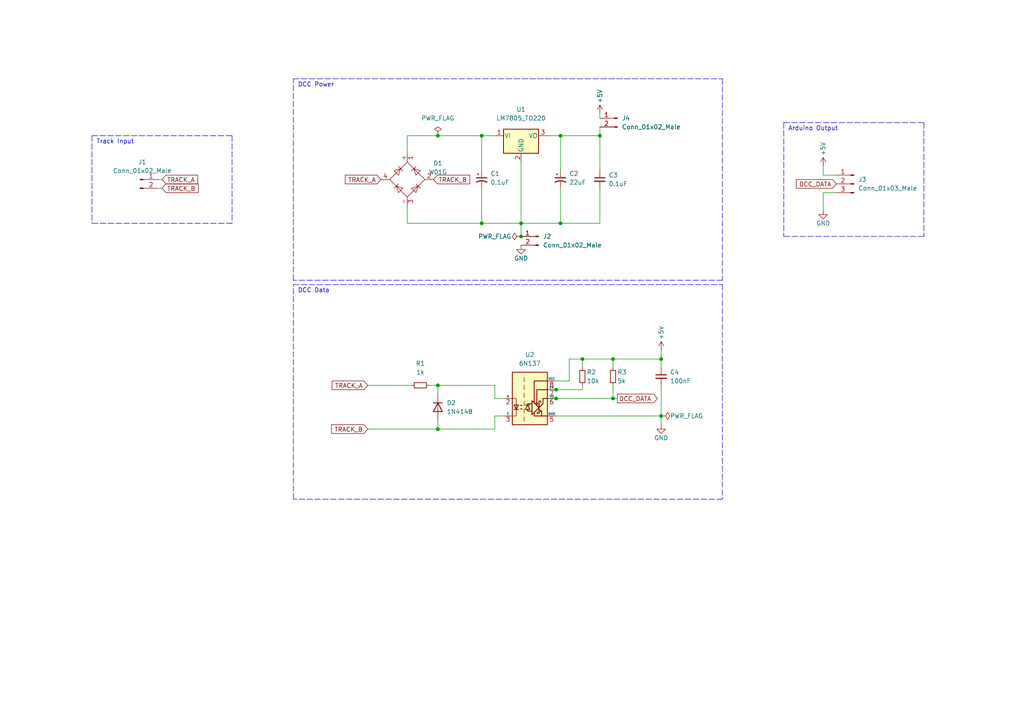
<source format=kicad_sch>
(kicad_sch (version 20211123) (generator eeschema)
  (paper "A4")
  (title_block (title "DCC Input Module") (date "2022-01-15") (rev "V1.0") (company "Niko Smith"))
  (lib_symbols
    (symbol "Connector:Conn_01x02_Male" (pin_names (offset 1.016) hide)
      (property "Reference" "J" (at 0 2.54 0))
      (property "Value" "Conn_01x02_Male" (at 0 -5.08 0))
      (symbol "Conn_01x02_Male_1_1"
        (polyline (pts (xy 1.27 -2.54) (xy 0.8636 -2.54)) (stroke (width 0.1524)))
        (polyline (pts (xy 1.27 0) (xy 0.8636 0)) (stroke (width 0.1524)))
        (rectangle (start 0.8636 -2.413) (end 0 -2.667) (stroke (width 0.1524)) (fill (type outline)))
        (rectangle (start 0.8636 0.127) (end 0 -0.127) (stroke (width 0.1524)) (fill (type outline)))
        (pin passive line (at 5.08 0 180) (length 3.81) (name "Pin_1") (number "1"))
        (pin passive line (at 5.08 -2.54 180) (length 3.81) (name "Pin_2") (number "2"))
      )
    )
    (symbol "Connector:Conn_01x03_Male" (pin_names (offset 1.016) hide)
      (property "Reference" "J" (at 0 5.08 0))
      (property "Value" "Conn_01x03_Male" (at 0 -5.08 0))
      (symbol "Conn_01x03_Male_1_1"
        (polyline (pts (xy 1.27 -2.54) (xy 0.8636 -2.54)) (stroke (width 0.1524)))
        (polyline (pts (xy 1.27 0) (xy 0.8636 0)) (stroke (width 0.1524)))
        (polyline (pts (xy 1.27 2.54) (xy 0.8636 2.54)) (stroke (width 0.1524)))
        (rectangle (start 0.8636 -2.413) (end 0 -2.667) (stroke (width 0.1524)) (fill (type outline)))
        (rectangle (start 0.8636 0.127) (end 0 -0.127) (stroke (width 0.1524)) (fill (type outline)))
        (rectangle (start 0.8636 2.667) (end 0 2.413) (stroke (width 0.1524)) (fill (type outline)))
        (pin passive line (at 5.08 2.54 180) (length 3.81) (name "Pin_1") (number "1"))
        (pin passive line (at 5.08 0 180) (length 3.81) (name "Pin_2") (number "2"))
        (pin passive line (at 5.08 -2.54 180) (length 3.81) (name "Pin_3") (number "3"))
      )
    )
    (symbol "Device:C_Polarized_Small_US" (pin_numbers hide) (pin_names (offset 0.254) hide)
      (property "Reference" "C" (at 0.254 1.778 0))
      (property "Value" "C_Polarized_Small_US" (at 0.254 -2.032 0))
      (symbol "C_Polarized_Small_US_0_1"
        (polyline (pts (xy -1.524 0.508) (xy 1.524 0.508)) (stroke (width 0.3048)))
        (polyline (pts (xy -1.27 1.524) (xy -0.762 1.524)))
        (polyline (pts (xy -1.016 1.27) (xy -1.016 1.778)))
        (arc (start 1.524 -0.762) (mid 0 -0.3734) (end -1.524 -0.762) (stroke (width 0.3048)))
      )
      (symbol "C_Polarized_Small_US_1_1"
        (pin passive line (at 0 2.54 270) (length 2.032) (name "~") (number "1"))
        (pin passive line (at 0 -2.54 90) (length 2.032) (name "~") (number "2"))
      )
    )
    (symbol "Device:C_Small" (pin_numbers hide) (pin_names (offset 0.254) hide)
      (property "Reference" "C" (at 0.254 1.778 0))
      (property "Value" "C_Small" (at 0.254 -2.032 0))
      (symbol "C_Small_0_1"
        (polyline (pts (xy -1.524 -0.508) (xy 1.524 -0.508)) (stroke (width 0.3302)))
        (polyline (pts (xy -1.524 0.508) (xy 1.524 0.508)) (stroke (width 0.3048)))
      )
      (symbol "C_Small_1_1"
        (pin passive line (at 0 2.54 270) (length 2.032) (name "~") (number "1"))
        (pin passive line (at 0 -2.54 90) (length 2.032) (name "~") (number "2"))
      )
    )
    (symbol "Device:R_Small" (pin_numbers hide) (pin_names (offset 0.254) hide)
      (property "Reference" "R" (at 0.762 0.508 0))
      (property "Value" "R_Small" (at 0.762 -1.016 0))
      (symbol "R_Small_0_1"
        (rectangle (start -0.762 1.778) (end 0.762 -1.778) (stroke (width 0.2032)))
      )
      (symbol "R_Small_1_1"
        (pin passive line (at 0 2.54 270) (length 0.762) (name "~") (number "1"))
        (pin passive line (at 0 -2.54 90) (length 0.762) (name "~") (number "2"))
      )
    )
    (symbol "Diode:1N4148" (pin_numbers hide) (pin_names (offset 1.016) hide)
      (property "Reference" "D" (at 0 2.54 0))
      (property "Value" "1N4148" (at 0 -2.54 0))
      (symbol "1N4148_0_1"
        (polyline (pts (xy -1.27 1.27) (xy -1.27 -1.27)) (stroke (width 0.254)))
        (polyline (pts (xy 1.27 0) (xy -1.27 0)))
        (polyline (pts (xy 1.27 1.27) (xy 1.27 -1.27) (xy -1.27 0) (xy 1.27 1.27)) (stroke (width 0.254)))
      )
      (symbol "1N4148_1_1"
        (pin passive line (at -3.81 0 0) (length 2.54) (name "K") (number "1"))
        (pin passive line (at 3.81 0 180) (length 2.54) (name "A") (number "2"))
      )
    )
    (symbol "Diode_Bridge:W01G" (pin_names (offset 0))
      (property "Reference" "D" (at 2.54 6.985 0))
      (property "Value" "W01G" (at 2.54 5.08 0))
      (symbol "W01G_0_1"
        (polyline (pts (xy -2.54 3.81) (xy -1.27 2.54)))
        (polyline (pts (xy -1.27 -2.54) (xy -2.54 -3.81)))
        (polyline (pts (xy 2.54 -1.27) (xy 3.81 -2.54)))
        (polyline (pts (xy 2.54 1.27) (xy 3.81 2.54)))
        (polyline (pts (xy -3.81 2.54) (xy -2.54 1.27) (xy -1.905 3.175) (xy -3.81 2.54)))
        (polyline (pts (xy -2.54 -1.27) (xy -3.81 -2.54) (xy -1.905 -3.175) (xy -2.54 -1.27)))
        (polyline (pts (xy 1.27 2.54) (xy 2.54 3.81) (xy 3.175 1.905) (xy 1.27 2.54)))
        (polyline (pts (xy 3.175 -1.905) (xy 1.27 -2.54) (xy 2.54 -3.81) (xy 3.175 -1.905)))
        (polyline (pts (xy -5.08 0) (xy 0 -5.08) (xy 5.08 0) (xy 0 5.08) (xy -5.08 0)))
      )
      (symbol "W01G_1_1"
        (pin passive line (at 7.62 0 180) (length 2.54) (name "+") (number "1"))
        (pin passive line (at 0 -7.62 90) (length 2.54) (name "~") (number "2"))
        (pin passive line (at -7.62 0 0) (length 2.54) (name "-") (number "3"))
        (pin passive line (at 0 7.62 270) (length 2.54) (name "~") (number "4"))
      )
    )
    (symbol "Isolator:6N137" (pin_names (offset 0))
      (property "Reference" "U" (at -4.064 8.89 0))
      (property "Value" "6N137" (at 0 -8.89 0))
      (symbol "6N137_0_1"
        (polyline (pts (xy 2.667 -3.556) (xy 2.667 -1.651)) (stroke (width 0.254)))
        (polyline (pts (xy 2.667 -2.159) (xy 2.667 -2.921)) (stroke (width 0.254)))
        (polyline (pts (xy 3.429 -3.937) (xy 3.429 -5.08)) (stroke (width 0.254)))
        (polyline (pts (xy -0.635 -3.302) (xy -0.635 -3.683) (xy 0.635 -3.683)) (stroke (width 0.254)))
        (polyline (pts (xy -0.635 -1.905) (xy -0.635 -1.524) (xy 0.508 -1.524)) (stroke (width 0.254)))
        (polyline (pts (xy 1.27 -4.064) (xy 1.27 -5.08) (xy 5.08 -5.08)) (stroke (width 0.254)))
        (polyline (pts (xy 1.27 -1.27) (xy 1.27 5.08) (xy 5.08 5.08)) (stroke (width 0.254)))
        (polyline (pts (xy 2.032 -1.27) (xy 2.032 2.54) (xy 5.08 2.54)) (stroke (width 0.254)))
        (polyline (pts (xy -5.08 -5.08) (xy -3.937 -5.08) (xy -3.937 0) (xy -5.08 0)))
        (polyline (pts (xy 2.667 -3.302) (xy 2.667 -4.318) (xy 2.159 -4.318) (xy 2.159 -3.937)) (stroke (width 0.254)))
        (polyline (pts (xy 2.667 -2.667) (xy 0.635 -4.699) (xy 0.635 -0.635) (xy 2.667 -2.667)) (stroke (width 0.254)))
        (polyline (pts (xy 2.667 -1.778) (xy 2.667 -0.762) (xy 3.175 -0.762) (xy 3.175 -1.143)) (stroke (width 0.254)))
        (polyline (pts (xy 2.794 -2.54) (xy 3.81 -1.524) (xy 3.81 0) (xy 5.08 0)) (stroke (width 0.254)))
        (polyline (pts (xy 2.667 -3.175) (xy 3.429 -3.937) (xy 3.302 -3.556) (xy 3.048 -3.81) (xy 3.429 -3.937)) (stroke (width 0.254)))
        (circle (center 2.032 -1.524) (radius 0.254) (stroke (width 0.254)))
      )
      (symbol "6N137_1_1"
        (rectangle (start -5.08 7.62) (end 5.08 -7.62) (stroke (width 0.254)) (fill (type background)))
        (polyline (pts (xy -4.572 -3.175) (xy -3.302 -3.175)) (stroke (width 0.254)))
        (polyline (pts (xy -1.651 -5.334) (xy -1.651 -6.604)))
        (polyline (pts (xy -1.651 -3.048) (xy -1.651 -4.318)))
        (polyline (pts (xy -1.651 -0.762) (xy -1.651 -2.032)))
        (polyline (pts (xy -1.651 1.524) (xy -1.651 0.254)))
        (polyline (pts (xy -1.651 3.81) (xy -1.651 2.54)))
        (polyline (pts (xy -1.651 6.096) (xy -1.651 4.826)))
        (polyline (pts (xy -1.27 -1.905) (xy 0 -1.905)) (stroke (width 0.254)))
        (polyline (pts (xy -3.937 -3.175) (xy -4.572 -1.905) (xy -3.302 -1.905) (xy -3.937 -3.175)) (stroke (width 0.254)))
        (polyline (pts (xy -0.635 -1.905) (xy -1.27 -3.175) (xy 0 -3.175) (xy -0.635 -1.905)) (stroke (width 0.254)))
        (polyline (pts (xy -2.921 -3.048) (xy -2.159 -3.048) (xy -2.54 -3.175) (xy -2.54 -2.921) (xy -2.159 -3.048)) (stroke (width 0.127)))
        (polyline (pts (xy -2.921 -2.032) (xy -2.159 -2.032) (xy -2.54 -2.159) (xy -2.54 -1.905) (xy -2.159 -2.032)) (stroke (width 0.127)))
        (pin no_connect line (at -5.08 5.08 0) (length 2.54) hide (name "NC") (number "1"))
        (pin passive line (at -7.62 0 0) (length 2.54) (name "A") (number "2"))
        (pin passive line (at -7.62 -5.08 0) (length 2.54) (name "C") (number "3"))
        (pin power_in line (at 7.62 -5.08 180) (length 2.54) (name "GND") (number "5"))
        (pin open_collector line (at 7.62 0 180) (length 2.54) (name "VO") (number "6"))
        (pin input line (at 7.62 2.54 180) (length 2.54) (name "EN") (number "7"))
        (pin power_in line (at 7.62 5.08 180) (length 2.54) (name "VCC") (number "8"))
      )
    )
    (symbol "Regulator_Linear:LM7805_TO220" (pin_names (offset 0.254))
      (property "Reference" "U" (at -3.81 3.175 0))
      (property "Value" "LM7805_TO220" (at 0 3.175 0))
      (symbol "LM7805_TO220_0_1"
        (rectangle (start -5.08 1.905) (end 5.08 -5.08) (stroke (width 0.254)) (fill (type background)))
      )
      (symbol "LM7805_TO220_1_1"
        (pin power_in line (at -7.62 0 0) (length 2.54) (name "VI") (number "1"))
        (pin power_in line (at 0 -7.62 90) (length 2.54) (name "GND") (number "2"))
        (pin power_out line (at 7.62 0 180) (length 2.54) (name "VO") (number "3"))
      )
    )
    (symbol "power:+5V" (power) (pin_names (offset 0))
      (property "Value" "+5V" (at 0 3.556 0))
      (symbol "+5V_0_1"
        (polyline (pts (xy -0.762 1.27) (xy 0 2.54)))
        (polyline (pts (xy 0 0) (xy 0 2.54)))
        (polyline (pts (xy 0 2.54) (xy 0.762 1.27)))
      )
      (symbol "+5V_1_1"
        (pin power_in line (at 0 0 90) (length 0) hide (name "+5V") (number "1"))
      )
    )
    (symbol "power:GND" (power) (pin_names (offset 0))
      (property "Value" "GND" (at 0 -3.81 0))
      (symbol "GND_0_1"
        (polyline (pts (xy 0 0) (xy 0 -1.27) (xy 1.27 -1.27) (xy 0 -2.54) (xy -1.27 -1.27) (xy 0 -1.27)))
      )
      (symbol "GND_1_1"
        (pin power_in line (at 0 0 270) (length 0) hide (name "GND") (number "1"))
      )
    )
    (symbol "power:PWR_FLAG" (power) (pin_numbers hide) (pin_names (offset 0) hide)
      (property "Value" "PWR_FLAG" (at 0 3.81 0))
      (symbol "PWR_FLAG_0_0"
        (pin power_out line (at 0 0 90) (length 0) (name "pwr") (number "1"))
      )
      (symbol "PWR_FLAG_0_1"
        (polyline (pts (xy 0 0) (xy 0 1.27) (xy -1.016 1.905) (xy 0 2.54) (xy 1.016 1.905) (xy 0 1.27)))
      )
    )
  )
  (junction (at 127 111.76))
  (junction (at 191.77 120.65))
  (junction (at 162.56 64.77))
  (junction (at 127 124.46))
  (junction (at 191.77 104.14))
  (junction (at 177.8 115.57))
  (junction (at 161.29 113.03))
  (junction (at 162.56 39.37))
  (junction (at 168.91 104.14))
  (junction (at 173.99 39.37))
  (junction (at 127 39.37))
  (junction (at 177.8 104.14))
  (junction (at 139.7 39.37))
  (junction (at 151.13 64.77))
  (junction (at 161.29 115.57))
  (junction (at 139.7 64.77))
  (junction (at 151.13 68.58))
  (wire (pts (xy 191.77 104.14) (xy 191.77 106.68)))
  (wire (pts (xy 173.99 64.77) (xy 173.99 54.61)))
  (wire (pts (xy 127 121.92) (xy 127 124.46)))
  (wire (pts (xy 118.11 44.45) (xy 118.11 39.37)))
  (polyline (pts (xy 67.31 39.37) (xy 67.31 64.77)))
  (wire (pts (xy 177.8 104.14) (xy 177.8 106.68)))
  (wire (pts (xy 143.51 120.65) (xy 146.05 120.65)))
  (wire (pts (xy 139.7 54.61) (xy 139.7 64.77)))
  (wire (pts (xy 238.76 50.8) (xy 242.57 50.8)))
  (polyline (pts (xy 209.55 82.55) (xy 209.55 144.78)))
  (polyline (pts (xy 26.67 39.37) (xy 67.31 39.37)))
  (wire (pts (xy 162.56 64.77) (xy 173.99 64.77)))
  (wire (pts (xy 173.99 36.83) (xy 173.99 39.37)))
  (wire (pts (xy 238.76 48.26) (xy 238.76 50.8)))
  (wire (pts (xy 173.99 33.02) (xy 173.99 34.29)))
  (wire (pts (xy 165.1 104.14) (xy 168.91 104.14)))
  (wire (pts (xy 242.57 55.88) (xy 238.76 55.88)))
  (wire (pts (xy 143.51 115.57) (xy 146.05 115.57)))
  (wire (pts (xy 191.77 120.65) (xy 191.77 123.19)))
  (wire (pts (xy 139.7 64.77) (xy 151.13 64.77)))
  (wire (pts (xy 177.8 115.57) (xy 177.8 111.76)))
  (wire (pts (xy 151.13 64.77) (xy 151.13 68.58)))
  (wire (pts (xy 139.7 39.37) (xy 143.51 39.37)))
  (wire (pts (xy 191.77 101.6) (xy 191.77 104.14)))
  (polyline (pts (xy 85.09 144.78) (xy 85.09 82.55)))
  (wire (pts (xy 127 111.76) (xy 143.51 111.76)))
  (wire (pts (xy 45.72 54.61) (xy 46.99 54.61)))
  (wire (pts (xy 161.29 115.57) (xy 177.8 115.57)))
  (polyline (pts (xy 209.55 144.78) (xy 85.09 144.78)))
  (polyline (pts (xy 26.67 39.37) (xy 26.67 64.77)))
  (polyline (pts (xy 267.97 35.56) (xy 267.97 68.58)))
  (wire (pts (xy 127 124.46) (xy 143.51 124.46)))
  (wire (pts (xy 106.68 124.46) (xy 127 124.46)))
  (wire (pts (xy 45.72 52.07) (xy 46.99 52.07)))
  (wire (pts (xy 162.56 39.37) (xy 173.99 39.37)))
  (wire (pts (xy 151.13 64.77) (xy 151.13 46.99)))
  (polyline (pts (xy 227.33 35.56) (xy 227.33 68.58)))
  (wire (pts (xy 106.68 111.76) (xy 119.38 111.76)))
  (wire (pts (xy 161.29 110.49) (xy 165.1 110.49)))
  (wire (pts (xy 160.02 113.03) (xy 161.29 113.03)))
  (wire (pts (xy 127 111.76) (xy 124.46 111.76)))
  (polyline (pts (xy 85.09 81.28) (xy 85.09 22.86)))
  (wire (pts (xy 151.13 64.77) (xy 162.56 64.77)))
  (wire (pts (xy 162.56 54.61) (xy 162.56 64.77)))
  (wire (pts (xy 168.91 104.14) (xy 177.8 104.14)))
  (wire (pts (xy 118.11 39.37) (xy 127 39.37)))
  (wire (pts (xy 162.56 39.37) (xy 162.56 49.53)))
  (polyline (pts (xy 67.31 64.77) (xy 26.67 64.77)))
  (wire (pts (xy 165.1 110.49) (xy 165.1 104.14)))
  (wire (pts (xy 118.11 64.77) (xy 118.11 59.69)))
  (wire (pts (xy 168.91 104.14) (xy 168.91 106.68)))
  (wire (pts (xy 177.8 104.14) (xy 191.77 104.14)))
  (wire (pts (xy 127 114.3) (xy 127 111.76)))
  (polyline (pts (xy 227.33 35.56) (xy 267.97 35.56)))
  (polyline (pts (xy 209.55 22.86) (xy 209.55 81.28)))
  (polyline (pts (xy 85.09 82.55) (xy 209.55 82.55)))
  (wire (pts (xy 143.51 111.76) (xy 143.51 115.57)))
  (wire (pts (xy 161.29 113.03) (xy 168.91 113.03)))
  (wire (pts (xy 127 39.37) (xy 139.7 39.37)))
  (polyline (pts (xy 85.09 22.86) (xy 209.55 22.86)))
  (wire (pts (xy 161.29 120.65) (xy 191.77 120.65)))
  (wire (pts (xy 173.99 49.53) (xy 173.99 39.37)))
  (wire (pts (xy 139.7 39.37) (xy 139.7 49.53)))
  (wire (pts (xy 168.91 113.03) (xy 168.91 111.76)))
  (polyline (pts (xy 209.55 81.28) (xy 85.09 81.28)))
  (wire (pts (xy 177.8 115.57) (xy 179.07 115.57)))
  (wire (pts (xy 118.11 64.77) (xy 139.7 64.77)))
  (wire (pts (xy 191.77 120.65) (xy 191.77 111.76)))
  (wire (pts (xy 158.75 115.57) (xy 161.29 115.57)))
  (wire (pts (xy 238.76 55.88) (xy 238.76 60.96)))
  (wire (pts (xy 158.75 39.37) (xy 162.56 39.37)))
  (polyline (pts (xy 267.97 68.58) (xy 227.33 68.58)))
  (wire (pts (xy 143.51 124.46) (xy 143.51 120.65)))
  (text "DCC Power" (at 86.36 25.4 0) (effects (font (size 1.27 1.27)) (justify left bottom)))
  (text "Arduino Output" (at 228.6 38.1 0) (effects (font (size 1.27 1.27)) (justify left bottom)))
  (text "DCC Data" (at 86.36 85.09 0) (effects (font (size 1.27 1.27)) (justify left bottom)))
  (text "Track Input" (at 27.94 41.91 0) (effects (font (size 1.27 1.27)) (justify left bottom)))
  (global_label "TRACK_B" (shape input) (at 46.99 54.61 0) (property "Intersheet References" "${INTERSHEET_REFS}" (effects hide)))
  (global_label "TRACK_A" (shape input) (at 46.99 52.07 0) (property "Intersheet References" "${INTERSHEET_REFS}" (effects hide)))
  (global_label "TRACK_A" (shape input) (at 106.68 111.76 180) (property "Intersheet References" "${INTERSHEET_REFS}" (effects hide)))
  (global_label "TRACK_B" (shape input) (at 106.68 124.46 180) (property "Intersheet References" "${INTERSHEET_REFS}" (effects hide)))
  (global_label "TRACK_B" (shape input) (at 125.73 52.07 0) (property "Intersheet References" "${INTERSHEET_REFS}" (effects hide)))
  (global_label "DCC_DATA" (shape output) (at 179.07 115.57 0) (property "Intersheet References" "${INTERSHEET_REFS}" (effects hide)))
  (global_label "DCC_DATA" (shape input) (at 242.57 53.34 180) (property "Intersheet References" "${INTERSHEET_REFS}" (effects hide)))
  (global_label "TRACK_A" (shape input) (at 110.49 52.07 180) (property "Intersheet References" "${INTERSHEET_REFS}" (effects hide)))
  (symbol (lib_id "power:PWR_FLAG") (at 191.77 120.65 270) (unit 1)
    (property "Reference" "#FLG0101" (effects hide))
    (property "Value" "PWR_FLAG" (at 194.31 120.65 90) (effects (justify left)))
  )
  (symbol (lib_id "Connector:Conn_01x02_Male") (at 156.21 68.58 0) (mirror y) (unit 1)
    (property "Reference" "J2" (at 157.48 68.5799 0) (effects (justify right)))
    (property "Value" "Conn_01x02_Male" (at 157.48 71.1199 0) (effects (justify right)))
    (property "Footprint" "Connector_PinHeader_2.54mm:PinHeader_1x02_P2.54mm_Vertical" (effects hide))
  )
  (symbol (lib_id "Connector:Conn_01x02_Male") (at 179.07 34.29 0) (mirror y) (unit 1)
    (property "Reference" "J4" (at 180.34 34.2899 0) (effects (justify right)))
    (property "Value" "Conn_01x02_Male" (at 180.34 36.8299 0) (effects (justify right)))
    (property "Footprint" "Connector_PinHeader_2.54mm:PinHeader_1x02_P2.54mm_Vertical" (effects hide))
  )
  (symbol (lib_id "Device:C_Small") (at 191.77 109.22 0) (unit 1)
    (property "Reference" "C4" (at 194.31 107.9562 0) (effects (justify left)))
    (property "Value" "100nF" (at 194.31 110.4962 0) (effects (justify left)))
    (property "Footprint" "Capacitor_THT:C_Disc_D5.0mm_W2.5mm_P5.00mm" (effects hide))
  )
  (symbol (lib_id "power:+5V") (at 238.76 48.26 0) (unit 1)
    (property "Reference" "#PWR05" (effects hide))
    (property "Value" "+5V" (at 238.76 43.18 90))
  )
  (symbol (lib_id "Regulator_Linear:LM7805_TO220") (at 151.13 39.37 0) (unit 1)
    (property "Reference" "U1" (at 151.13 31.75 0))
    (property "Value" "LM7805_TO220" (at 151.13 34.29 0))
    (property "Footprint" "Package_TO_SOT_THT:TO-220-3_Vertical" (effects hide))
    (property "Datasheet" "https://www.onsemi.cn/PowerSolutions/document/MC7800-D.PDF" (effects hide))
  )
  (symbol (lib_id "Diode:1N4148") (at 127 118.11 270) (unit 1)
    (property "Reference" "D2" (at 129.54 116.8399 90) (effects (justify left)))
    (property "Value" "1N4148" (at 129.54 119.3799 90) (effects (justify left)))
    (property "Footprint" "Diode_THT:D_DO-35_SOD27_P2.54mm_Vertical_AnodeUp" (effects hide))
    (property "Datasheet" "https://assets.nexperia.com/documents/data-sheet/1N4148_1N4448.pdf" (effects hide))
  )
  (symbol (lib_id "Connector:Conn_01x03_Male") (at 247.65 53.34 0) (mirror y) (unit 1)
    (property "Reference" "J3" (at 248.92 52.0699 0) (effects (justify right)))
    (property "Value" "Conn_01x03_Male" (at 248.92 54.6099 0) (effects (justify right)))
    (property "Footprint" "Connector_PinHeader_2.54mm:PinHeader_1x03_P2.54mm_Vertical" (effects hide))
  )
  (symbol (lib_id "Device:C_Polarized_Small_US") (at 139.7 52.07 0) (unit 1)
    (property "Reference" "C1" (at 142.24 50.3681 0) (effects (justify left)))
    (property "Value" "0.1uF" (at 142.24 52.9081 0) (effects (justify left)))
    (property "Footprint" "Capacitor_THT:CP_Radial_D5.0mm_P2.00mm" (effects hide))
  )
  (symbol (lib_id "Device:R_Small") (at 177.8 109.22 180) (unit 1)
    (property "Reference" "R3" (at 179.07 107.95 0) (effects (justify right)))
    (property "Value" "5k" (at 179.07 110.49 0) (effects (justify right)))
    (property "Footprint" "Resistor_THT:R_Axial_DIN0204_L3.6mm_D1.6mm_P1.90mm_Vertical" (effects hide))
  )
  (symbol (lib_id "power:PWR_FLAG") (at 151.13 68.58 90) (unit 1)
    (property "Reference" "#FLG0102" (effects hide))
    (property "Value" "PWR_FLAG" (at 143.51 68.58 90))
  )
  (symbol (lib_id "power:GND") (at 191.77 123.19 0) (unit 1)
    (property "Reference" "#PWR04" (effects hide))
    (property "Value" "GND" (at 191.77 127 0))
  )
  (symbol (lib_id "Isolator:6N137") (at 153.67 115.57 0) (unit 1)
    (property "Reference" "U2" (at 153.67 102.87 0))
    (property "Value" "6N137" (at 153.67 105.41 0))
    (property "Footprint" "Package_DIP:DIP-8_W7.62mm" (effects hide))
    (property "Datasheet" "https://docs.broadcom.com/docs/AV02-0940EN" (effects hide))
  )
  (symbol (lib_id "Device:C_Polarized_Small_US") (at 162.56 52.07 0) (unit 1)
    (property "Reference" "C2" (at 165.1 50.3681 0) (effects (justify left)))
    (property "Value" "22uF" (at 165.1 52.9081 0) (effects (justify left)))
    (property "Footprint" "Capacitor_THT:CP_Radial_D4.0mm_P1.50mm" (effects hide))
  )
  (symbol (lib_id "Connector:Conn_01x02_Male") (at 40.64 52.07 0) (unit 1)
    (property "Reference" "J1" (at 41.275 46.99 0))
    (property "Value" "Conn_01x02_Male" (at 41.275 49.53 0))
    (property "Footprint" "Connector_PinHeader_2.54mm:PinHeader_1x02_P2.54mm_Vertical" (effects hide))
  )
  (symbol (lib_id "Device:C_Small") (at 173.99 52.07 0) (unit 1)
    (property "Reference" "C3" (at 176.53 50.8062 0) (effects (justify left)))
    (property "Value" "0.1uF" (at 176.53 53.3462 0) (effects (justify left)))
    (property "Footprint" "Capacitor_THT:C_Disc_D5.0mm_W2.5mm_P5.00mm" (effects hide))
  )
  (symbol (lib_id "power:+5V") (at 191.77 101.6 0) (unit 1)
    (property "Reference" "#PWR03" (effects hide))
    (property "Value" "+5V" (at 191.77 96.52 90))
  )
  (symbol (lib_id "Device:R_Small") (at 168.91 109.22 180) (unit 1)
    (property "Reference" "R2" (at 170.18 107.95 0) (effects (justify right)))
    (property "Value" "10k" (at 170.18 110.49 0) (effects (justify right)))
    (property "Footprint" "Resistor_THT:R_Axial_DIN0204_L3.6mm_D1.6mm_P1.90mm_Vertical" (effects hide))
  )
  (symbol (lib_id "power:+5V") (at 173.99 33.02 0) (unit 1)
    (property "Reference" "#PWR02" (effects hide))
    (property "Value" "+5V" (at 173.99 27.94 90))
  )
  (symbol (lib_id "power:GND") (at 151.13 71.12 0) (unit 1)
    (property "Reference" "#PWR01" (effects hide))
    (property "Value" "GND" (at 151.13 74.93 0))
  )
  (symbol (lib_id "Diode_Bridge:W01G") (at 118.11 52.07 90) (unit 1)
    (property "Reference" "D1" (at 127 47.371 90))
    (property "Value" "W01G" (at 127 49.911 90))
    (property "Footprint" "Diode_THT:Diode_Bridge_Round_D9.8mm" (effects hide))
    (property "Datasheet" "https://www.vishay.com/docs/88769/woo5g.pdf" (effects hide))
  )
  (symbol (lib_id "Device:R_Small") (at 121.92 111.76 90) (unit 1) (in_bom no)
    (property "Reference" "R1" (at 121.92 105.41 90))
    (property "Value" "1k" (at 121.92 107.95 90))
    (property "Footprint" "Resistor_THT:R_Axial_DIN0204_L3.6mm_D1.6mm_P1.90mm_Vertical" (effects hide))
  )
  (symbol (lib_id "power:GND") (at 238.76 60.96 0) (unit 1)
    (property "Reference" "#PWR06" (effects hide))
    (property "Value" "GND" (at 238.76 64.77 0))
  )
  (symbol (lib_id "power:PWR_FLAG") (at 127 39.37 0) (unit 1)
    (property "Reference" "#FLG01" (effects hide))
    (property "Value" "PWR_FLAG" (at 127 34.29 0))
  )
)
</source>
